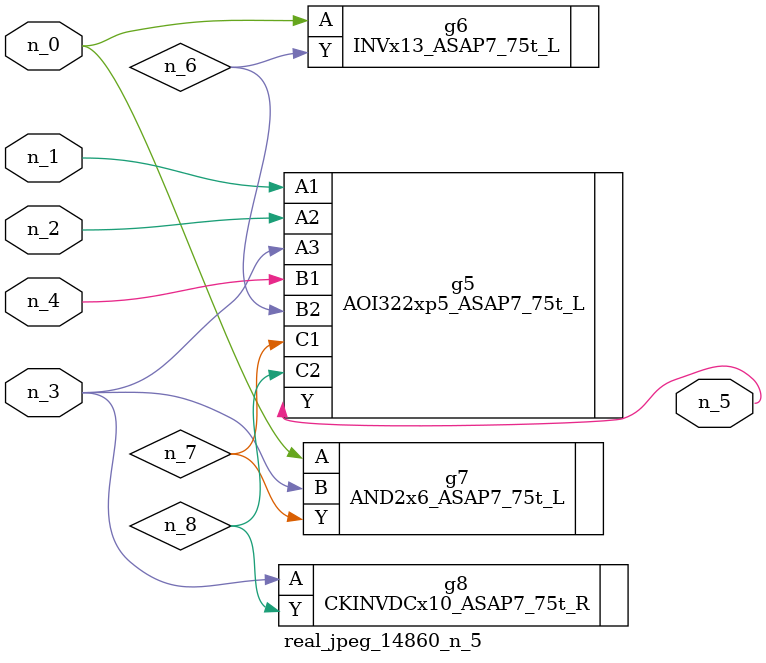
<source format=v>
module real_jpeg_14860_n_5 (n_4, n_0, n_1, n_2, n_3, n_5);

input n_4;
input n_0;
input n_1;
input n_2;
input n_3;

output n_5;

wire n_8;
wire n_6;
wire n_7;

INVx13_ASAP7_75t_L g6 ( 
.A(n_0),
.Y(n_6)
);

AND2x6_ASAP7_75t_L g7 ( 
.A(n_0),
.B(n_3),
.Y(n_7)
);

AOI322xp5_ASAP7_75t_L g5 ( 
.A1(n_1),
.A2(n_2),
.A3(n_3),
.B1(n_4),
.B2(n_6),
.C1(n_7),
.C2(n_8),
.Y(n_5)
);

CKINVDCx10_ASAP7_75t_R g8 ( 
.A(n_3),
.Y(n_8)
);


endmodule
</source>
